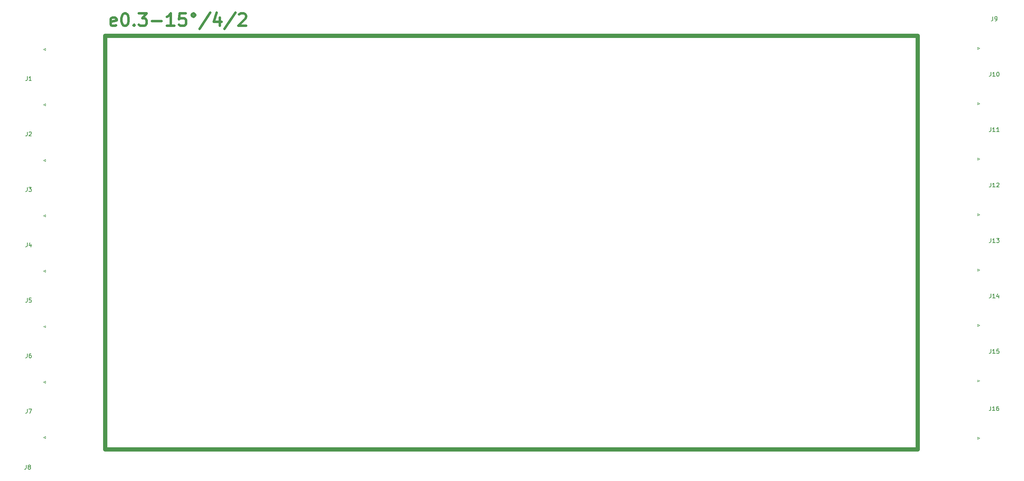
<source format=gbr>
%TF.GenerationSoftware,KiCad,Pcbnew,8.0.3*%
%TF.CreationDate,2024-07-10T09:14:50+07:00*%
%TF.ProjectId,probe,70726f62-652e-46b6-9963-61645f706362,rev?*%
%TF.SameCoordinates,Original*%
%TF.FileFunction,Legend,Top*%
%TF.FilePolarity,Positive*%
%FSLAX46Y46*%
G04 Gerber Fmt 4.6, Leading zero omitted, Abs format (unit mm)*
G04 Created by KiCad (PCBNEW 8.0.3) date 2024-07-10 09:14:50*
%MOMM*%
%LPD*%
G01*
G04 APERTURE LIST*
%ADD10C,1.000000*%
%ADD11C,0.600000*%
%ADD12C,0.150000*%
%ADD13C,0.120000*%
G04 APERTURE END LIST*
D10*
X167750000Y-143000000D02*
X361250000Y-143000000D01*
X361250000Y-241750000D01*
X167750000Y-241750000D01*
X167750000Y-143000000D01*
D11*
X170251878Y-140458800D02*
X169966164Y-140601657D01*
X169966164Y-140601657D02*
X169394736Y-140601657D01*
X169394736Y-140601657D02*
X169109021Y-140458800D01*
X169109021Y-140458800D02*
X168966164Y-140173085D01*
X168966164Y-140173085D02*
X168966164Y-139030228D01*
X168966164Y-139030228D02*
X169109021Y-138744514D01*
X169109021Y-138744514D02*
X169394736Y-138601657D01*
X169394736Y-138601657D02*
X169966164Y-138601657D01*
X169966164Y-138601657D02*
X170251878Y-138744514D01*
X170251878Y-138744514D02*
X170394736Y-139030228D01*
X170394736Y-139030228D02*
X170394736Y-139315942D01*
X170394736Y-139315942D02*
X168966164Y-139601657D01*
X172251879Y-137601657D02*
X172537593Y-137601657D01*
X172537593Y-137601657D02*
X172823307Y-137744514D01*
X172823307Y-137744514D02*
X172966165Y-137887371D01*
X172966165Y-137887371D02*
X173109022Y-138173085D01*
X173109022Y-138173085D02*
X173251879Y-138744514D01*
X173251879Y-138744514D02*
X173251879Y-139458800D01*
X173251879Y-139458800D02*
X173109022Y-140030228D01*
X173109022Y-140030228D02*
X172966165Y-140315942D01*
X172966165Y-140315942D02*
X172823307Y-140458800D01*
X172823307Y-140458800D02*
X172537593Y-140601657D01*
X172537593Y-140601657D02*
X172251879Y-140601657D01*
X172251879Y-140601657D02*
X171966165Y-140458800D01*
X171966165Y-140458800D02*
X171823307Y-140315942D01*
X171823307Y-140315942D02*
X171680450Y-140030228D01*
X171680450Y-140030228D02*
X171537593Y-139458800D01*
X171537593Y-139458800D02*
X171537593Y-138744514D01*
X171537593Y-138744514D02*
X171680450Y-138173085D01*
X171680450Y-138173085D02*
X171823307Y-137887371D01*
X171823307Y-137887371D02*
X171966165Y-137744514D01*
X171966165Y-137744514D02*
X172251879Y-137601657D01*
X174537593Y-140315942D02*
X174680450Y-140458800D01*
X174680450Y-140458800D02*
X174537593Y-140601657D01*
X174537593Y-140601657D02*
X174394736Y-140458800D01*
X174394736Y-140458800D02*
X174537593Y-140315942D01*
X174537593Y-140315942D02*
X174537593Y-140601657D01*
X175680450Y-137601657D02*
X177537593Y-137601657D01*
X177537593Y-137601657D02*
X176537593Y-138744514D01*
X176537593Y-138744514D02*
X176966164Y-138744514D01*
X176966164Y-138744514D02*
X177251879Y-138887371D01*
X177251879Y-138887371D02*
X177394736Y-139030228D01*
X177394736Y-139030228D02*
X177537593Y-139315942D01*
X177537593Y-139315942D02*
X177537593Y-140030228D01*
X177537593Y-140030228D02*
X177394736Y-140315942D01*
X177394736Y-140315942D02*
X177251879Y-140458800D01*
X177251879Y-140458800D02*
X176966164Y-140601657D01*
X176966164Y-140601657D02*
X176109021Y-140601657D01*
X176109021Y-140601657D02*
X175823307Y-140458800D01*
X175823307Y-140458800D02*
X175680450Y-140315942D01*
X178823307Y-139458800D02*
X181109022Y-139458800D01*
X184109022Y-140601657D02*
X182394736Y-140601657D01*
X183251879Y-140601657D02*
X183251879Y-137601657D01*
X183251879Y-137601657D02*
X182966165Y-138030228D01*
X182966165Y-138030228D02*
X182680450Y-138315942D01*
X182680450Y-138315942D02*
X182394736Y-138458800D01*
X186823308Y-137601657D02*
X185394736Y-137601657D01*
X185394736Y-137601657D02*
X185251879Y-139030228D01*
X185251879Y-139030228D02*
X185394736Y-138887371D01*
X185394736Y-138887371D02*
X185680451Y-138744514D01*
X185680451Y-138744514D02*
X186394736Y-138744514D01*
X186394736Y-138744514D02*
X186680451Y-138887371D01*
X186680451Y-138887371D02*
X186823308Y-139030228D01*
X186823308Y-139030228D02*
X186966165Y-139315942D01*
X186966165Y-139315942D02*
X186966165Y-140030228D01*
X186966165Y-140030228D02*
X186823308Y-140315942D01*
X186823308Y-140315942D02*
X186680451Y-140458800D01*
X186680451Y-140458800D02*
X186394736Y-140601657D01*
X186394736Y-140601657D02*
X185680451Y-140601657D01*
X185680451Y-140601657D02*
X185394736Y-140458800D01*
X185394736Y-140458800D02*
X185251879Y-140315942D01*
X188680451Y-137601657D02*
X188394736Y-137744514D01*
X188394736Y-137744514D02*
X188251879Y-138030228D01*
X188251879Y-138030228D02*
X188394736Y-138315942D01*
X188394736Y-138315942D02*
X188680451Y-138458800D01*
X188680451Y-138458800D02*
X188966165Y-138315942D01*
X188966165Y-138315942D02*
X189109022Y-138030228D01*
X189109022Y-138030228D02*
X188966165Y-137744514D01*
X188966165Y-137744514D02*
X188680451Y-137601657D01*
X192680450Y-137458800D02*
X190109022Y-141315942D01*
X194966165Y-138601657D02*
X194966165Y-140601657D01*
X194251879Y-137458800D02*
X193537593Y-139601657D01*
X193537593Y-139601657D02*
X195394736Y-139601657D01*
X198680450Y-137458800D02*
X196109022Y-141315942D01*
X199537593Y-137887371D02*
X199680450Y-137744514D01*
X199680450Y-137744514D02*
X199966165Y-137601657D01*
X199966165Y-137601657D02*
X200680450Y-137601657D01*
X200680450Y-137601657D02*
X200966165Y-137744514D01*
X200966165Y-137744514D02*
X201109022Y-137887371D01*
X201109022Y-137887371D02*
X201251879Y-138173085D01*
X201251879Y-138173085D02*
X201251879Y-138458800D01*
X201251879Y-138458800D02*
X201109022Y-138887371D01*
X201109022Y-138887371D02*
X199394736Y-140601657D01*
X199394736Y-140601657D02*
X201251879Y-140601657D01*
D12*
X149136666Y-218854819D02*
X149136666Y-219569104D01*
X149136666Y-219569104D02*
X149089047Y-219711961D01*
X149089047Y-219711961D02*
X148993809Y-219807200D01*
X148993809Y-219807200D02*
X148850952Y-219854819D01*
X148850952Y-219854819D02*
X148755714Y-219854819D01*
X150041428Y-218854819D02*
X149850952Y-218854819D01*
X149850952Y-218854819D02*
X149755714Y-218902438D01*
X149755714Y-218902438D02*
X149708095Y-218950057D01*
X149708095Y-218950057D02*
X149612857Y-219092914D01*
X149612857Y-219092914D02*
X149565238Y-219283390D01*
X149565238Y-219283390D02*
X149565238Y-219664342D01*
X149565238Y-219664342D02*
X149612857Y-219759580D01*
X149612857Y-219759580D02*
X149660476Y-219807200D01*
X149660476Y-219807200D02*
X149755714Y-219854819D01*
X149755714Y-219854819D02*
X149946190Y-219854819D01*
X149946190Y-219854819D02*
X150041428Y-219807200D01*
X150041428Y-219807200D02*
X150089047Y-219759580D01*
X150089047Y-219759580D02*
X150136666Y-219664342D01*
X150136666Y-219664342D02*
X150136666Y-219426247D01*
X150136666Y-219426247D02*
X150089047Y-219331009D01*
X150089047Y-219331009D02*
X150041428Y-219283390D01*
X150041428Y-219283390D02*
X149946190Y-219235771D01*
X149946190Y-219235771D02*
X149755714Y-219235771D01*
X149755714Y-219235771D02*
X149660476Y-219283390D01*
X149660476Y-219283390D02*
X149612857Y-219331009D01*
X149612857Y-219331009D02*
X149565238Y-219426247D01*
X149136666Y-165934819D02*
X149136666Y-166649104D01*
X149136666Y-166649104D02*
X149089047Y-166791961D01*
X149089047Y-166791961D02*
X148993809Y-166887200D01*
X148993809Y-166887200D02*
X148850952Y-166934819D01*
X148850952Y-166934819D02*
X148755714Y-166934819D01*
X149565238Y-166030057D02*
X149612857Y-165982438D01*
X149612857Y-165982438D02*
X149708095Y-165934819D01*
X149708095Y-165934819D02*
X149946190Y-165934819D01*
X149946190Y-165934819D02*
X150041428Y-165982438D01*
X150041428Y-165982438D02*
X150089047Y-166030057D01*
X150089047Y-166030057D02*
X150136666Y-166125295D01*
X150136666Y-166125295D02*
X150136666Y-166220533D01*
X150136666Y-166220533D02*
X150089047Y-166363390D01*
X150089047Y-166363390D02*
X149517619Y-166934819D01*
X149517619Y-166934819D02*
X150136666Y-166934819D01*
X378650476Y-231454819D02*
X378650476Y-232169104D01*
X378650476Y-232169104D02*
X378602857Y-232311961D01*
X378602857Y-232311961D02*
X378507619Y-232407200D01*
X378507619Y-232407200D02*
X378364762Y-232454819D01*
X378364762Y-232454819D02*
X378269524Y-232454819D01*
X379650476Y-232454819D02*
X379079048Y-232454819D01*
X379364762Y-232454819D02*
X379364762Y-231454819D01*
X379364762Y-231454819D02*
X379269524Y-231597676D01*
X379269524Y-231597676D02*
X379174286Y-231692914D01*
X379174286Y-231692914D02*
X379079048Y-231740533D01*
X380507619Y-231454819D02*
X380317143Y-231454819D01*
X380317143Y-231454819D02*
X380221905Y-231502438D01*
X380221905Y-231502438D02*
X380174286Y-231550057D01*
X380174286Y-231550057D02*
X380079048Y-231692914D01*
X380079048Y-231692914D02*
X380031429Y-231883390D01*
X380031429Y-231883390D02*
X380031429Y-232264342D01*
X380031429Y-232264342D02*
X380079048Y-232359580D01*
X380079048Y-232359580D02*
X380126667Y-232407200D01*
X380126667Y-232407200D02*
X380221905Y-232454819D01*
X380221905Y-232454819D02*
X380412381Y-232454819D01*
X380412381Y-232454819D02*
X380507619Y-232407200D01*
X380507619Y-232407200D02*
X380555238Y-232359580D01*
X380555238Y-232359580D02*
X380602857Y-232264342D01*
X380602857Y-232264342D02*
X380602857Y-232026247D01*
X380602857Y-232026247D02*
X380555238Y-231931009D01*
X380555238Y-231931009D02*
X380507619Y-231883390D01*
X380507619Y-231883390D02*
X380412381Y-231835771D01*
X380412381Y-231835771D02*
X380221905Y-231835771D01*
X380221905Y-231835771D02*
X380126667Y-231883390D01*
X380126667Y-231883390D02*
X380079048Y-231931009D01*
X380079048Y-231931009D02*
X380031429Y-232026247D01*
X149136666Y-205624819D02*
X149136666Y-206339104D01*
X149136666Y-206339104D02*
X149089047Y-206481961D01*
X149089047Y-206481961D02*
X148993809Y-206577200D01*
X148993809Y-206577200D02*
X148850952Y-206624819D01*
X148850952Y-206624819D02*
X148755714Y-206624819D01*
X150089047Y-205624819D02*
X149612857Y-205624819D01*
X149612857Y-205624819D02*
X149565238Y-206101009D01*
X149565238Y-206101009D02*
X149612857Y-206053390D01*
X149612857Y-206053390D02*
X149708095Y-206005771D01*
X149708095Y-206005771D02*
X149946190Y-206005771D01*
X149946190Y-206005771D02*
X150041428Y-206053390D01*
X150041428Y-206053390D02*
X150089047Y-206101009D01*
X150089047Y-206101009D02*
X150136666Y-206196247D01*
X150136666Y-206196247D02*
X150136666Y-206434342D01*
X150136666Y-206434342D02*
X150089047Y-206529580D01*
X150089047Y-206529580D02*
X150041428Y-206577200D01*
X150041428Y-206577200D02*
X149946190Y-206624819D01*
X149946190Y-206624819D02*
X149708095Y-206624819D01*
X149708095Y-206624819D02*
X149612857Y-206577200D01*
X149612857Y-206577200D02*
X149565238Y-206529580D01*
X378690476Y-178120194D02*
X378690476Y-178834479D01*
X378690476Y-178834479D02*
X378642857Y-178977336D01*
X378642857Y-178977336D02*
X378547619Y-179072575D01*
X378547619Y-179072575D02*
X378404762Y-179120194D01*
X378404762Y-179120194D02*
X378309524Y-179120194D01*
X379690476Y-179120194D02*
X379119048Y-179120194D01*
X379404762Y-179120194D02*
X379404762Y-178120194D01*
X379404762Y-178120194D02*
X379309524Y-178263051D01*
X379309524Y-178263051D02*
X379214286Y-178358289D01*
X379214286Y-178358289D02*
X379119048Y-178405908D01*
X380071429Y-178215432D02*
X380119048Y-178167813D01*
X380119048Y-178167813D02*
X380214286Y-178120194D01*
X380214286Y-178120194D02*
X380452381Y-178120194D01*
X380452381Y-178120194D02*
X380547619Y-178167813D01*
X380547619Y-178167813D02*
X380595238Y-178215432D01*
X380595238Y-178215432D02*
X380642857Y-178310670D01*
X380642857Y-178310670D02*
X380642857Y-178405908D01*
X380642857Y-178405908D02*
X380595238Y-178548765D01*
X380595238Y-178548765D02*
X380023810Y-179120194D01*
X380023810Y-179120194D02*
X380642857Y-179120194D01*
X149136666Y-179164819D02*
X149136666Y-179879104D01*
X149136666Y-179879104D02*
X149089047Y-180021961D01*
X149089047Y-180021961D02*
X148993809Y-180117200D01*
X148993809Y-180117200D02*
X148850952Y-180164819D01*
X148850952Y-180164819D02*
X148755714Y-180164819D01*
X149517619Y-179164819D02*
X150136666Y-179164819D01*
X150136666Y-179164819D02*
X149803333Y-179545771D01*
X149803333Y-179545771D02*
X149946190Y-179545771D01*
X149946190Y-179545771D02*
X150041428Y-179593390D01*
X150041428Y-179593390D02*
X150089047Y-179641009D01*
X150089047Y-179641009D02*
X150136666Y-179736247D01*
X150136666Y-179736247D02*
X150136666Y-179974342D01*
X150136666Y-179974342D02*
X150089047Y-180069580D01*
X150089047Y-180069580D02*
X150041428Y-180117200D01*
X150041428Y-180117200D02*
X149946190Y-180164819D01*
X149946190Y-180164819D02*
X149660476Y-180164819D01*
X149660476Y-180164819D02*
X149565238Y-180117200D01*
X149565238Y-180117200D02*
X149517619Y-180069580D01*
X148916666Y-245464819D02*
X148916666Y-246179104D01*
X148916666Y-246179104D02*
X148869047Y-246321961D01*
X148869047Y-246321961D02*
X148773809Y-246417200D01*
X148773809Y-246417200D02*
X148630952Y-246464819D01*
X148630952Y-246464819D02*
X148535714Y-246464819D01*
X149535714Y-245893390D02*
X149440476Y-245845771D01*
X149440476Y-245845771D02*
X149392857Y-245798152D01*
X149392857Y-245798152D02*
X149345238Y-245702914D01*
X149345238Y-245702914D02*
X149345238Y-245655295D01*
X149345238Y-245655295D02*
X149392857Y-245560057D01*
X149392857Y-245560057D02*
X149440476Y-245512438D01*
X149440476Y-245512438D02*
X149535714Y-245464819D01*
X149535714Y-245464819D02*
X149726190Y-245464819D01*
X149726190Y-245464819D02*
X149821428Y-245512438D01*
X149821428Y-245512438D02*
X149869047Y-245560057D01*
X149869047Y-245560057D02*
X149916666Y-245655295D01*
X149916666Y-245655295D02*
X149916666Y-245702914D01*
X149916666Y-245702914D02*
X149869047Y-245798152D01*
X149869047Y-245798152D02*
X149821428Y-245845771D01*
X149821428Y-245845771D02*
X149726190Y-245893390D01*
X149726190Y-245893390D02*
X149535714Y-245893390D01*
X149535714Y-245893390D02*
X149440476Y-245941009D01*
X149440476Y-245941009D02*
X149392857Y-245988628D01*
X149392857Y-245988628D02*
X149345238Y-246083866D01*
X149345238Y-246083866D02*
X149345238Y-246274342D01*
X149345238Y-246274342D02*
X149392857Y-246369580D01*
X149392857Y-246369580D02*
X149440476Y-246417200D01*
X149440476Y-246417200D02*
X149535714Y-246464819D01*
X149535714Y-246464819D02*
X149726190Y-246464819D01*
X149726190Y-246464819D02*
X149821428Y-246417200D01*
X149821428Y-246417200D02*
X149869047Y-246369580D01*
X149869047Y-246369580D02*
X149916666Y-246274342D01*
X149916666Y-246274342D02*
X149916666Y-246083866D01*
X149916666Y-246083866D02*
X149869047Y-245988628D01*
X149869047Y-245988628D02*
X149821428Y-245941009D01*
X149821428Y-245941009D02*
X149726190Y-245893390D01*
X378690476Y-164890194D02*
X378690476Y-165604479D01*
X378690476Y-165604479D02*
X378642857Y-165747336D01*
X378642857Y-165747336D02*
X378547619Y-165842575D01*
X378547619Y-165842575D02*
X378404762Y-165890194D01*
X378404762Y-165890194D02*
X378309524Y-165890194D01*
X379690476Y-165890194D02*
X379119048Y-165890194D01*
X379404762Y-165890194D02*
X379404762Y-164890194D01*
X379404762Y-164890194D02*
X379309524Y-165033051D01*
X379309524Y-165033051D02*
X379214286Y-165128289D01*
X379214286Y-165128289D02*
X379119048Y-165175908D01*
X380642857Y-165890194D02*
X380071429Y-165890194D01*
X380357143Y-165890194D02*
X380357143Y-164890194D01*
X380357143Y-164890194D02*
X380261905Y-165033051D01*
X380261905Y-165033051D02*
X380166667Y-165128289D01*
X380166667Y-165128289D02*
X380071429Y-165175908D01*
X378690476Y-191350194D02*
X378690476Y-192064479D01*
X378690476Y-192064479D02*
X378642857Y-192207336D01*
X378642857Y-192207336D02*
X378547619Y-192302575D01*
X378547619Y-192302575D02*
X378404762Y-192350194D01*
X378404762Y-192350194D02*
X378309524Y-192350194D01*
X379690476Y-192350194D02*
X379119048Y-192350194D01*
X379404762Y-192350194D02*
X379404762Y-191350194D01*
X379404762Y-191350194D02*
X379309524Y-191493051D01*
X379309524Y-191493051D02*
X379214286Y-191588289D01*
X379214286Y-191588289D02*
X379119048Y-191635908D01*
X380023810Y-191350194D02*
X380642857Y-191350194D01*
X380642857Y-191350194D02*
X380309524Y-191731146D01*
X380309524Y-191731146D02*
X380452381Y-191731146D01*
X380452381Y-191731146D02*
X380547619Y-191778765D01*
X380547619Y-191778765D02*
X380595238Y-191826384D01*
X380595238Y-191826384D02*
X380642857Y-191921622D01*
X380642857Y-191921622D02*
X380642857Y-192159717D01*
X380642857Y-192159717D02*
X380595238Y-192254955D01*
X380595238Y-192254955D02*
X380547619Y-192302575D01*
X380547619Y-192302575D02*
X380452381Y-192350194D01*
X380452381Y-192350194D02*
X380166667Y-192350194D01*
X380166667Y-192350194D02*
X380071429Y-192302575D01*
X380071429Y-192302575D02*
X380023810Y-192254955D01*
X378690476Y-217810194D02*
X378690476Y-218524479D01*
X378690476Y-218524479D02*
X378642857Y-218667336D01*
X378642857Y-218667336D02*
X378547619Y-218762575D01*
X378547619Y-218762575D02*
X378404762Y-218810194D01*
X378404762Y-218810194D02*
X378309524Y-218810194D01*
X379690476Y-218810194D02*
X379119048Y-218810194D01*
X379404762Y-218810194D02*
X379404762Y-217810194D01*
X379404762Y-217810194D02*
X379309524Y-217953051D01*
X379309524Y-217953051D02*
X379214286Y-218048289D01*
X379214286Y-218048289D02*
X379119048Y-218095908D01*
X380595238Y-217810194D02*
X380119048Y-217810194D01*
X380119048Y-217810194D02*
X380071429Y-218286384D01*
X380071429Y-218286384D02*
X380119048Y-218238765D01*
X380119048Y-218238765D02*
X380214286Y-218191146D01*
X380214286Y-218191146D02*
X380452381Y-218191146D01*
X380452381Y-218191146D02*
X380547619Y-218238765D01*
X380547619Y-218238765D02*
X380595238Y-218286384D01*
X380595238Y-218286384D02*
X380642857Y-218381622D01*
X380642857Y-218381622D02*
X380642857Y-218619717D01*
X380642857Y-218619717D02*
X380595238Y-218714955D01*
X380595238Y-218714955D02*
X380547619Y-218762575D01*
X380547619Y-218762575D02*
X380452381Y-218810194D01*
X380452381Y-218810194D02*
X380214286Y-218810194D01*
X380214286Y-218810194D02*
X380119048Y-218762575D01*
X380119048Y-218762575D02*
X380071429Y-218714955D01*
X149136666Y-152704819D02*
X149136666Y-153419104D01*
X149136666Y-153419104D02*
X149089047Y-153561961D01*
X149089047Y-153561961D02*
X148993809Y-153657200D01*
X148993809Y-153657200D02*
X148850952Y-153704819D01*
X148850952Y-153704819D02*
X148755714Y-153704819D01*
X150136666Y-153704819D02*
X149565238Y-153704819D01*
X149850952Y-153704819D02*
X149850952Y-152704819D01*
X149850952Y-152704819D02*
X149755714Y-152847676D01*
X149755714Y-152847676D02*
X149660476Y-152942914D01*
X149660476Y-152942914D02*
X149565238Y-152990533D01*
X378690476Y-204580194D02*
X378690476Y-205294479D01*
X378690476Y-205294479D02*
X378642857Y-205437336D01*
X378642857Y-205437336D02*
X378547619Y-205532575D01*
X378547619Y-205532575D02*
X378404762Y-205580194D01*
X378404762Y-205580194D02*
X378309524Y-205580194D01*
X379690476Y-205580194D02*
X379119048Y-205580194D01*
X379404762Y-205580194D02*
X379404762Y-204580194D01*
X379404762Y-204580194D02*
X379309524Y-204723051D01*
X379309524Y-204723051D02*
X379214286Y-204818289D01*
X379214286Y-204818289D02*
X379119048Y-204865908D01*
X380547619Y-204913527D02*
X380547619Y-205580194D01*
X380309524Y-204532575D02*
X380071429Y-205246860D01*
X380071429Y-205246860D02*
X380690476Y-205246860D01*
X149136666Y-192394819D02*
X149136666Y-193109104D01*
X149136666Y-193109104D02*
X149089047Y-193251961D01*
X149089047Y-193251961D02*
X148993809Y-193347200D01*
X148993809Y-193347200D02*
X148850952Y-193394819D01*
X148850952Y-193394819D02*
X148755714Y-193394819D01*
X150041428Y-192728152D02*
X150041428Y-193394819D01*
X149803333Y-192347200D02*
X149565238Y-193061485D01*
X149565238Y-193061485D02*
X150184285Y-193061485D01*
X149136666Y-232084819D02*
X149136666Y-232799104D01*
X149136666Y-232799104D02*
X149089047Y-232941961D01*
X149089047Y-232941961D02*
X148993809Y-233037200D01*
X148993809Y-233037200D02*
X148850952Y-233084819D01*
X148850952Y-233084819D02*
X148755714Y-233084819D01*
X149517619Y-232084819D02*
X150184285Y-232084819D01*
X150184285Y-232084819D02*
X149755714Y-233084819D01*
X379166666Y-138430194D02*
X379166666Y-139144479D01*
X379166666Y-139144479D02*
X379119047Y-139287336D01*
X379119047Y-139287336D02*
X379023809Y-139382575D01*
X379023809Y-139382575D02*
X378880952Y-139430194D01*
X378880952Y-139430194D02*
X378785714Y-139430194D01*
X379690476Y-139430194D02*
X379880952Y-139430194D01*
X379880952Y-139430194D02*
X379976190Y-139382575D01*
X379976190Y-139382575D02*
X380023809Y-139334955D01*
X380023809Y-139334955D02*
X380119047Y-139192098D01*
X380119047Y-139192098D02*
X380166666Y-139001622D01*
X380166666Y-139001622D02*
X380166666Y-138620670D01*
X380166666Y-138620670D02*
X380119047Y-138525432D01*
X380119047Y-138525432D02*
X380071428Y-138477813D01*
X380071428Y-138477813D02*
X379976190Y-138430194D01*
X379976190Y-138430194D02*
X379785714Y-138430194D01*
X379785714Y-138430194D02*
X379690476Y-138477813D01*
X379690476Y-138477813D02*
X379642857Y-138525432D01*
X379642857Y-138525432D02*
X379595238Y-138620670D01*
X379595238Y-138620670D02*
X379595238Y-138858765D01*
X379595238Y-138858765D02*
X379642857Y-138954003D01*
X379642857Y-138954003D02*
X379690476Y-139001622D01*
X379690476Y-139001622D02*
X379785714Y-139049241D01*
X379785714Y-139049241D02*
X379976190Y-139049241D01*
X379976190Y-139049241D02*
X380071428Y-139001622D01*
X380071428Y-139001622D02*
X380119047Y-138954003D01*
X380119047Y-138954003D02*
X380166666Y-138858765D01*
X378690476Y-151660194D02*
X378690476Y-152374479D01*
X378690476Y-152374479D02*
X378642857Y-152517336D01*
X378642857Y-152517336D02*
X378547619Y-152612575D01*
X378547619Y-152612575D02*
X378404762Y-152660194D01*
X378404762Y-152660194D02*
X378309524Y-152660194D01*
X379690476Y-152660194D02*
X379119048Y-152660194D01*
X379404762Y-152660194D02*
X379404762Y-151660194D01*
X379404762Y-151660194D02*
X379309524Y-151803051D01*
X379309524Y-151803051D02*
X379214286Y-151898289D01*
X379214286Y-151898289D02*
X379119048Y-151945908D01*
X380309524Y-151660194D02*
X380404762Y-151660194D01*
X380404762Y-151660194D02*
X380500000Y-151707813D01*
X380500000Y-151707813D02*
X380547619Y-151755432D01*
X380547619Y-151755432D02*
X380595238Y-151850670D01*
X380595238Y-151850670D02*
X380642857Y-152041146D01*
X380642857Y-152041146D02*
X380642857Y-152279241D01*
X380642857Y-152279241D02*
X380595238Y-152469717D01*
X380595238Y-152469717D02*
X380547619Y-152564955D01*
X380547619Y-152564955D02*
X380500000Y-152612575D01*
X380500000Y-152612575D02*
X380404762Y-152660194D01*
X380404762Y-152660194D02*
X380309524Y-152660194D01*
X380309524Y-152660194D02*
X380214286Y-152612575D01*
X380214286Y-152612575D02*
X380166667Y-152564955D01*
X380166667Y-152564955D02*
X380119048Y-152469717D01*
X380119048Y-152469717D02*
X380071429Y-152279241D01*
X380071429Y-152279241D02*
X380071429Y-152041146D01*
X380071429Y-152041146D02*
X380119048Y-151850670D01*
X380119048Y-151850670D02*
X380166667Y-151755432D01*
X380166667Y-151755432D02*
X380214286Y-151707813D01*
X380214286Y-151707813D02*
X380309524Y-151660194D01*
D13*
%TO.C,J6*%
X152970000Y-212400000D02*
X153470000Y-212150000D01*
X153470000Y-212150000D02*
X153470000Y-212650000D01*
X153470000Y-212650000D02*
X152970000Y-212400000D01*
%TO.C,J2*%
X152970000Y-159480000D02*
X153470000Y-159230000D01*
X153470000Y-159230000D02*
X153470000Y-159730000D01*
X153470000Y-159730000D02*
X152970000Y-159480000D01*
%TO.C,J16*%
X375460000Y-238750000D02*
X375960000Y-239000000D01*
X375460000Y-239250000D02*
X375460000Y-238750000D01*
X375960000Y-239000000D02*
X375460000Y-239250000D01*
%TO.C,J5*%
X152970000Y-199170000D02*
X153470000Y-198920000D01*
X153470000Y-198920000D02*
X153470000Y-199420000D01*
X153470000Y-199420000D02*
X152970000Y-199170000D01*
%TO.C,J12*%
X375500000Y-185415375D02*
X376000000Y-185665375D01*
X375500000Y-185915375D02*
X375500000Y-185415375D01*
X376000000Y-185665375D02*
X375500000Y-185915375D01*
%TO.C,J3*%
X152970000Y-172710000D02*
X153470000Y-172460000D01*
X153470000Y-172460000D02*
X153470000Y-172960000D01*
X153470000Y-172960000D02*
X152970000Y-172710000D01*
%TO.C,J8*%
X152970000Y-238860000D02*
X153470000Y-238610000D01*
X153470000Y-238610000D02*
X153470000Y-239110000D01*
X153470000Y-239110000D02*
X152970000Y-238860000D01*
%TO.C,J11*%
X375500000Y-172185375D02*
X376000000Y-172435375D01*
X375500000Y-172685375D02*
X375500000Y-172185375D01*
X376000000Y-172435375D02*
X375500000Y-172685375D01*
%TO.C,J13*%
X375500000Y-198645375D02*
X376000000Y-198895375D01*
X375500000Y-199145375D02*
X375500000Y-198645375D01*
X376000000Y-198895375D02*
X375500000Y-199145375D01*
%TO.C,J15*%
X375500000Y-225105375D02*
X376000000Y-225355375D01*
X375500000Y-225605375D02*
X375500000Y-225105375D01*
X376000000Y-225355375D02*
X375500000Y-225605375D01*
%TO.C,J1*%
X152970000Y-146250000D02*
X153470000Y-146000000D01*
X153470000Y-146000000D02*
X153470000Y-146500000D01*
X153470000Y-146500000D02*
X152970000Y-146250000D01*
%TO.C,J14*%
X375500000Y-211875375D02*
X376000000Y-212125375D01*
X375500000Y-212375375D02*
X375500000Y-211875375D01*
X376000000Y-212125375D02*
X375500000Y-212375375D01*
%TO.C,J4*%
X152970000Y-185940000D02*
X153470000Y-185690000D01*
X153470000Y-185690000D02*
X153470000Y-186190000D01*
X153470000Y-186190000D02*
X152970000Y-185940000D01*
%TO.C,J7*%
X152970000Y-225630000D02*
X153470000Y-225380000D01*
X153470000Y-225380000D02*
X153470000Y-225880000D01*
X153470000Y-225880000D02*
X152970000Y-225630000D01*
%TO.C,J9*%
X375500000Y-145725375D02*
X376000000Y-145975375D01*
X375500000Y-146225375D02*
X375500000Y-145725375D01*
X376000000Y-145975375D02*
X375500000Y-146225375D01*
%TO.C,J10*%
X375500000Y-158955375D02*
X376000000Y-159205375D01*
X375500000Y-159455375D02*
X375500000Y-158955375D01*
X376000000Y-159205375D02*
X375500000Y-159455375D01*
%TD*%
M02*

</source>
